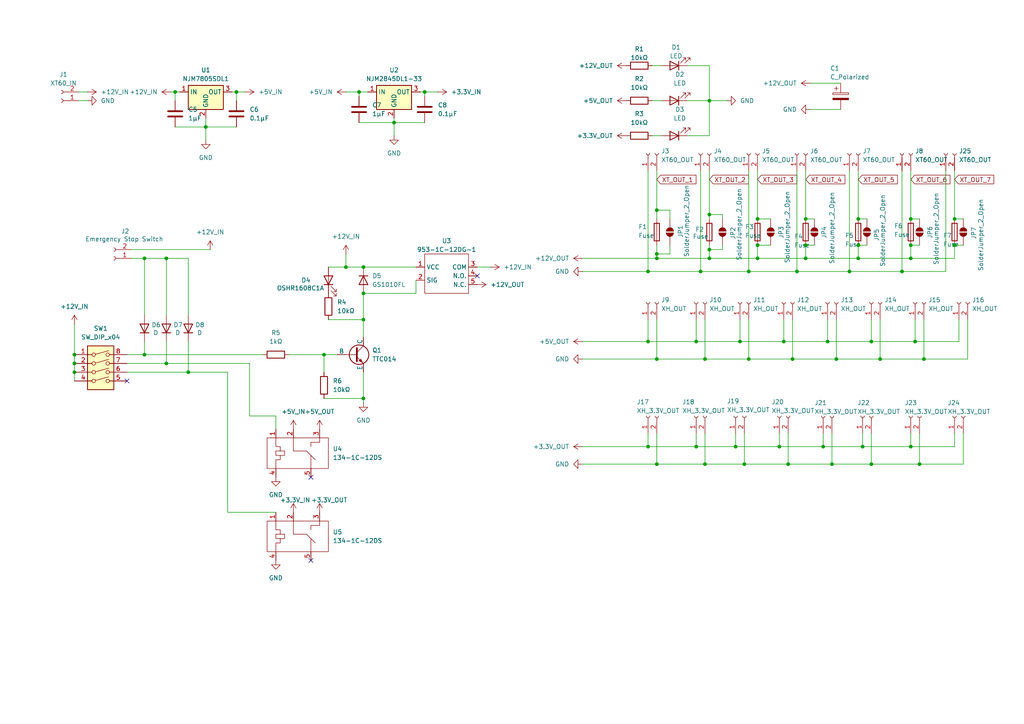
<source format=kicad_sch>
(kicad_sch (version 20231120) (generator "eeschema") (generator_version "8.0")
  (paper "A4")
  (lib_symbols
    (symbol "00_a:134-1C-12DS"
      (property "Reference" "U" (at -1.27 4.318 0))
      (property "Value" "134-1C-12DS" (at 0 0 0))
      (symbol "134-1C-12DS_1_1"
        (pin input line (at -5.08 2.54 270) (length 2.54) (name "") (number "1"))
        (pin input line (at 0 2.54 270) (length 2.54) (name "") (number "2"))
        (pin input line (at 7.62 2.54 270) (length 2.54) (name "") (number "3"))
        (pin input line (at -5.08 -11.43 90) (length 2.54) (name "") (number "4"))
        (pin input line (at 5.08 -11.43 90) (length 2.54) (name "") (number "5"))
      )
    )
    (symbol "00a:3pin_regulator"
      (property "Reference" "U" (at -3.81 3.175 0))
      (property "Value" "3pin_regulator" (at 0 3.175 0))
      (symbol "3pin_regulator_1_1"
        (pin power_in line (at -7.62 0 0) (length 2.54) (name "IN") (number "1"))
        (pin power_in line (at 0 -7.62 90) (length 2.54) (name "GND") (number "2"))
        (pin power_out line (at 7.62 0 180) (length 2.54) (name "OUT") (number "3"))
      )
    )
    (symbol "00a:953-1C-12DG-1"
      (property "Reference" "U" (at 0 6.604 0))
      (symbol "953-1C-12DG-1_1_1"
        (pin input line (at -8.89 1.27 0) (length 2.54) (name "VCC") (number "1"))
        (pin input line (at -8.89 -2.54 0) (length 2.54) (name "SIG") (number "2"))
        (pin input line (at 8.89 1.27 180) (length 2.54) (name "COM") (number "3"))
        (pin input line (at 8.89 -1.27 180) (length 2.54) (name "N.O.") (number "4"))
        (pin input line (at 8.89 -3.81 180) (length 2.54) (name "N.C.") (number "5"))
      )
    )
    (symbol "Connector:Conn_01x02_Socket" (pin_names (offset 1.016) hide)
      (property "Reference" "J" (at 0 2.54 0))
      (property "Value" "Conn_01x02_Socket" (at 0 -5.08 0))
      (symbol "Conn_01x02_Socket_1_1"
        (pin passive line (at -5.08 0 0) (length 3.81) (name "Pin_1") (number "1"))
        (pin passive line (at -5.08 -2.54 0) (length 3.81) (name "Pin_2") (number "2"))
      )
    )
    (symbol "Device:C" (pin_numbers hide) (pin_names (offset 0.254))
      (property "Reference" "C" (at 0.635 2.54 0))
      (property "Value" "C" (at 0.635 -2.54 0))
      (symbol "C_1_1"
        (pin passive line (at 0 3.81 270) (length 2.794) (name "~") (number "1"))
        (pin passive line (at 0 -3.81 90) (length 2.794) (name "~") (number "2"))
      )
    )
    (symbol "Device:C_Polarized" (pin_numbers hide) (pin_names (offset 0.254))
      (property "Reference" "C" (at 0.635 2.54 0))
      (property "Value" "C_Polarized" (at 0.635 -2.54 0))
      (symbol "C_Polarized_1_1"
        (pin passive line (at 0 3.81 270) (length 2.794) (name "~") (number "1"))
        (pin passive line (at 0 -3.81 90) (length 2.794) (name "~") (number "2"))
      )
    )
    (symbol "Device:D" (pin_numbers hide) (pin_names (offset 1.016) hide)
      (property "Reference" "D" (at 0 2.54 0))
      (property "Value" "D" (at 0 -2.54 0))
      (symbol "D_1_1"
        (pin passive line (at -3.81 0 0) (length 2.54) (name "K") (number "1"))
        (pin passive line (at 3.81 0 180) (length 2.54) (name "A") (number "2"))
      )
    )
    (symbol "Device:Fuse" (pin_numbers hide) (pin_names (offset 0))
      (property "Reference" "F" (at 2.032 0 90))
      (property "Value" "Fuse" (at -1.905 0 90))
      (symbol "Fuse_1_1"
        (pin passive line (at 0 3.81 270) (length 1.27) (name "~") (number "1"))
        (pin passive line (at 0 -3.81 90) (length 1.27) (name "~") (number "2"))
      )
    )
    (symbol "Device:LED" (pin_numbers hide) (pin_names (offset 1.016) hide)
      (property "Reference" "D" (at 0 2.54 0))
      (property "Value" "LED" (at 0 -2.54 0))
      (symbol "LED_1_1"
        (pin passive line (at -3.81 0 0) (length 2.54) (name "K") (number "1"))
        (pin passive line (at 3.81 0 180) (length 2.54) (name "A") (number "2"))
      )
    )
    (symbol "Device:R" (pin_numbers hide) (pin_names (offset 0))
      (property "Reference" "R" (at 2.032 0 90))
      (property "Value" "R" (at 0 0 90))
      (symbol "R_1_1"
        (pin passive line (at 0 3.81 270) (length 1.27) (name "~") (number "1"))
        (pin passive line (at 0 -3.81 90) (length 1.27) (name "~") (number "2"))
      )
    )
    (symbol "Jumper:SolderJumper_2_Open" (pin_numbers hide) (pin_names (offset 0) hide) (exclude_from_sim yes) (in_bom no)
      (property "Reference" "JP" (at 0 2.032 0))
      (property "Value" "SolderJumper_2_Open" (at 0 -2.54 0))
      (symbol "SolderJumper_2_Open_1_1"
        (pin passive line (at -3.81 0 0) (length 2.54) (name "A") (number "1"))
        (pin passive line (at 3.81 0 180) (length 2.54) (name "B") (number "2"))
      )
    )
    (symbol "Simulation_SPICE:NPN" (pin_numbers hide) (pin_names (offset 0))
      (property "Reference" "Q1" (at 5.08 1.2701 0))
      (property "Value" "NPN" (at 5.08 -1.2699 0))
      (symbol "NPN_1_1"
        (pin input line (at -5.08 0 0) (length 2.54) (name "B") (number "1"))
        (pin open_collector line (at 2.54 5.08 270) (length 2.54) (name "C") (number "2"))
        (pin open_emitter line (at 2.54 -5.08 90) (length 2.54) (name "E") (number "3"))
      )
    )
    (symbol "Switch:SW_DIP_x04" (pin_names (offset 0) hide)
      (property "Reference" "SW" (at 0 8.89 0))
      (property "Value" "SW_DIP_x04" (at 0 -6.35 0))
      (symbol "SW_DIP_x04_1_1"
        (pin passive line (at -7.62 5.08 0) (length 5.08) (name "~") (number "1"))
        (pin passive line (at -7.62 2.54 0) (length 5.08) (name "~") (number "2"))
        (pin passive line (at -7.62 0 0) (length 5.08) (name "~") (number "3"))
        (pin passive line (at -7.62 -2.54 0) (length 5.08) (name "~") (number "4"))
        (pin passive line (at 7.62 -2.54 180) (length 5.08) (name "~") (number "5"))
        (pin passive line (at 7.62 0 180) (length 5.08) (name "~") (number "6"))
        (pin passive line (at 7.62 2.54 180) (length 5.08) (name "~") (number "7"))
        (pin passive line (at 7.62 5.08 180) (length 5.08) (name "~") (number "8"))
      )
    )
    (symbol "power:+12V" (power) (pin_numbers hide) (pin_names (offset 0) hide)
      (property "Value" "+12V" (at 0 3.556 0))
      (symbol "+12V_1_1"
        (pin power_in line (at 0 0 90) (length 0) (name "~") (number "1"))
      )
    )
    (symbol "power:+3.3V" (power) (pin_numbers hide) (pin_names (offset 0) hide)
      (property "Value" "+3.3V" (at 0 3.556 0))
      (symbol "+3.3V_1_1"
        (pin power_in line (at 0 0 90) (length 0) (name "~") (number "1"))
      )
    )
    (symbol "power:+5V" (power) (pin_numbers hide) (pin_names (offset 0) hide)
      (property "Value" "+5V" (at 0 3.556 0))
      (symbol "+5V_1_1"
        (pin power_in line (at 0 0 90) (length 0) (name "~") (number "1"))
      )
    )
    (symbol "power:GND" (power) (pin_numbers hide) (pin_names (offset 0) hide)
      (property "Value" "GND" (at 0 -3.81 0))
      (symbol "GND_1_1"
        (pin power_in line (at 0 0 270) (length 0) (name "~") (number "1"))
      )
    )
    (symbol "power:VDD" (power) (pin_numbers hide) (pin_names (offset 0) hide)
      (property "Value" "VDD" (at 0 3.556 0))
      (symbol "VDD_1_1"
        (pin power_in line (at 0 0 90) (length 0) (name "~") (number "1"))
      )
    )
  )
  (junction (at 264.16 63.5))
  (junction (at 264.16 74.93))
  (junction (at 217.17 104.14))
  (junction (at 21.59 107.95))
  (junction (at 48.26 105.41))
  (junction (at 21.59 102.87))
  (junction (at 267.97 104.14))
  (junction (at 248.92 63.5))
  (junction (at 276.86 63.5))
  (junction (at 240.03 99.06))
  (junction (at 93.98 102.87))
  (junction (at 255.27 104.14))
  (junction (at 190.5 104.14))
  (junction (at 215.9 134.62))
  (junction (at 68.58 26.67))
  (junction (at 41.91 74.93))
  (junction (at 233.68 74.93))
  (junction (at 219.71 74.93))
  (junction (at 114.3 35.56))
  (junction (at 48.26 74.93))
  (junction (at 104.14 26.67))
  (junction (at 41.91 102.87))
  (junction (at 252.73 134.62))
  (junction (at 190.5 134.62))
  (junction (at 203.2 78.74))
  (junction (at 187.96 99.06))
  (junction (at 190.5 60.96))
  (junction (at 201.93 99.06))
  (junction (at 264.16 71.12))
  (junction (at 226.06 129.54))
  (junction (at 190.5 73.66))
  (junction (at 59.69 36.83))
  (junction (at 229.87 104.14))
  (junction (at 276.86 71.12))
  (junction (at 21.59 105.41))
  (junction (at 105.41 85.09))
  (junction (at 248.92 71.12))
  (junction (at 231.14 78.74))
  (junction (at 233.68 63.5))
  (junction (at 205.74 29.21))
  (junction (at 205.74 72.39))
  (junction (at 219.71 71.12))
  (junction (at 105.41 115.57))
  (junction (at 252.73 99.06))
  (junction (at 187.96 129.54))
  (junction (at 105.41 77.47))
  (junction (at 54.61 107.95))
  (junction (at 105.41 92.71))
  (junction (at 265.43 99.06))
  (junction (at 204.47 104.14))
  (junction (at 50.8 26.67))
  (junction (at 242.57 104.14))
  (junction (at 233.68 71.12))
  (junction (at 227.33 99.06))
  (junction (at 248.92 74.93))
  (junction (at 204.47 134.62))
  (junction (at 201.93 129.54))
  (junction (at 261.62 78.74))
  (junction (at 246.38 78.74))
  (junction (at 228.6 134.62))
  (junction (at 187.96 78.74))
  (junction (at 123.19 26.67))
  (junction (at 264.16 129.54))
  (junction (at 217.17 78.74))
  (junction (at 100.33 77.47))
  (junction (at 250.19 129.54))
  (junction (at 266.7 134.62))
  (junction (at 213.36 129.54))
  (junction (at 241.3 134.62))
  (junction (at 219.71 63.5))
  (junction (at 238.76 129.54))
  (junction (at 190.5 74.93))
  (junction (at 214.63 99.06))
  (junction (at 205.74 74.93))
  (junction (at 205.74 62.23))
  (no_connect (at 36.83 110.49))
  (no_connect (at 90.17 138.43))
  (no_connect (at 138.43 80.01))
  (no_connect (at 90.17 162.56))
  (wire (pts (xy 22.86 26.67) (xy 25.4 26.67)))
  (wire (pts (xy 190.5 104.14) (xy 190.5 92.71)))
  (wire (pts (xy 22.86 29.21) (xy 25.4 29.21)))
  (wire (pts (xy 205.74 49.53) (xy 205.74 62.23)))
  (wire (pts (xy 248.92 71.12) (xy 248.92 74.93)))
  (wire (pts (xy 54.61 107.95) (xy 66.04 107.95)))
  (wire (pts (xy 100.33 26.67) (xy 104.14 26.67)))
  (wire (pts (xy 187.96 49.53) (xy 187.96 78.74)))
  (wire (pts (xy 240.03 99.06) (xy 240.03 92.71)))
  (wire (pts (xy 264.16 49.53) (xy 264.16 63.5)))
  (wire (pts (xy 240.03 99.06) (xy 252.73 99.06)))
  (wire (pts (xy 217.17 104.14) (xy 229.87 104.14)))
  (wire (pts (xy 219.71 71.12) (xy 219.71 74.93)))
  (wire (pts (xy 36.83 107.95) (xy 54.61 107.95)))
  (wire (pts (xy 229.87 104.14) (xy 242.57 104.14)))
  (wire (pts (xy 105.41 92.71) (xy 105.41 97.79)))
  (wire (pts (xy 276.86 71.12) (xy 276.86 74.93)))
  (wire (pts (xy 204.47 134.62) (xy 190.5 134.62)))
  (wire (pts (xy 120.65 85.09) (xy 105.41 85.09)))
  (wire (pts (xy 72.39 105.41) (xy 72.39 120.65)))
  (wire (pts (xy 265.43 99.06) (xy 278.13 99.06)))
  (wire (pts (xy 114.3 35.56) (xy 114.3 34.29)))
  (wire (pts (xy 201.93 129.54) (xy 201.93 125.73)))
  (wire (pts (xy 226.06 129.54) (xy 238.76 129.54)))
  (wire (pts (xy 59.69 36.83) (xy 68.58 36.83)))
  (wire (pts (xy 68.58 26.67) (xy 68.58 29.21)))
  (wire (pts (xy 274.32 78.74) (xy 261.62 78.74)))
  (wire (pts (xy 231.14 49.53) (xy 231.14 78.74)))
  (wire (pts (xy 214.63 99.06) (xy 227.33 99.06)))
  (wire (pts (xy 213.36 129.54) (xy 213.36 125.73)))
  (wire (pts (xy 190.5 134.62) (xy 168.91 134.62)))
  (wire (pts (xy 214.63 99.06) (xy 214.63 92.71)))
  (wire (pts (xy 279.4 134.62) (xy 266.7 134.62)))
  (wire (pts (xy 267.97 104.14) (xy 267.97 92.71)))
  (wire (pts (xy 104.14 26.67) (xy 104.14 27.94)))
  (wire (pts (xy 205.74 29.21) (xy 205.74 39.37)))
  (wire (pts (xy 205.74 62.23) (xy 205.74 63.5)))
  (wire (pts (xy 226.06 129.54) (xy 226.06 125.73)))
  (wire (pts (xy 210.82 29.21) (xy 205.74 29.21)))
  (wire (pts (xy 201.93 129.54) (xy 213.36 129.54)))
  (wire (pts (xy 205.74 72.39) (xy 205.74 74.93)))
  (wire (pts (xy 190.5 49.53) (xy 190.5 60.96)))
  (wire (pts (xy 267.97 104.14) (xy 280.67 104.14)))
  (wire (pts (xy 205.74 71.12) (xy 205.74 72.39)))
  (wire (pts (xy 72.39 120.65) (xy 80.01 120.65)))
  (wire (pts (xy 48.26 105.41) (xy 72.39 105.41)))
  (wire (pts (xy 123.19 26.67) (xy 123.19 27.94)))
  (wire (pts (xy 95.25 92.71) (xy 105.41 92.71)))
  (wire (pts (xy 209.55 62.23) (xy 205.74 62.23)))
  (wire (pts (xy 242.57 104.14) (xy 242.57 92.71)))
  (wire (pts (xy 71.12 26.67) (xy 68.58 26.67)))
  (wire (pts (xy 189.23 29.21) (xy 191.77 29.21)))
  (wire (pts (xy 21.59 93.98) (xy 21.59 102.87)))
  (wire (pts (xy 66.04 107.95) (xy 66.04 148.59)))
  (wire (pts (xy 233.68 63.5) (xy 236.22 63.5)))
  (wire (pts (xy 95.25 77.47) (xy 100.33 77.47)))
  (wire (pts (xy 189.23 19.05) (xy 191.77 19.05)))
  (wire (pts (xy 219.71 63.5) (xy 223.52 63.5)))
  (wire (pts (xy 252.73 99.06) (xy 252.73 92.71)))
  (wire (pts (xy 105.41 107.95) (xy 105.41 115.57)))
  (wire (pts (xy 54.61 74.93) (xy 54.61 91.44)))
  (wire (pts (xy 229.87 104.14) (xy 229.87 92.71)))
  (wire (pts (xy 48.26 74.93) (xy 48.26 91.44)))
  (wire (pts (xy 217.17 49.53) (xy 217.17 78.74)))
  (wire (pts (xy 168.91 104.14) (xy 190.5 104.14)))
  (wire (pts (xy 114.3 35.56) (xy 123.19 35.56)))
  (wire (pts (xy 219.71 74.93) (xy 233.68 74.93)))
  (wire (pts (xy 100.33 73.66) (xy 100.33 77.47)))
  (wire (pts (xy 279.4 125.73) (xy 279.4 134.62)))
  (wire (pts (xy 168.91 74.93) (xy 190.5 74.93)))
  (wire (pts (xy 219.71 49.53) (xy 219.71 63.5)))
  (wire (pts (xy 233.68 71.12) (xy 236.22 71.12)))
  (wire (pts (xy 276.86 71.12) (xy 279.4 71.12)))
  (wire (pts (xy 215.9 125.73) (xy 215.9 134.62)))
  (wire (pts (xy 209.55 71.12) (xy 209.55 72.39)))
  (wire (pts (xy 248.92 49.53) (xy 248.92 63.5)))
  (wire (pts (xy 276.86 129.54) (xy 276.86 125.73)))
  (wire (pts (xy 190.5 125.73) (xy 190.5 134.62)))
  (wire (pts (xy 59.69 40.64) (xy 59.69 36.83)))
  (wire (pts (xy 217.17 78.74) (xy 231.14 78.74)))
  (wire (pts (xy 187.96 78.74) (xy 203.2 78.74)))
  (wire (pts (xy 41.91 74.93) (xy 41.91 91.44)))
  (wire (pts (xy 241.3 134.62) (xy 228.6 134.62)))
  (wire (pts (xy 199.39 29.21) (xy 205.74 29.21)))
  (wire (pts (xy 127 26.67) (xy 123.19 26.67)))
  (wire (pts (xy 194.31 60.96) (xy 190.5 60.96)))
  (wire (pts (xy 265.43 99.06) (xy 265.43 92.71)))
  (wire (pts (xy 204.47 104.14) (xy 204.47 92.71)))
  (wire (pts (xy 114.3 39.37) (xy 114.3 35.56)))
  (wire (pts (xy 276.86 49.53) (xy 276.86 63.5)))
  (wire (pts (xy 93.98 102.87) (xy 97.79 102.87)))
  (wire (pts (xy 104.14 35.56) (xy 114.3 35.56)))
  (wire (pts (xy 189.23 39.37) (xy 191.77 39.37)))
  (wire (pts (xy 194.31 63.5) (xy 194.31 60.96)))
  (wire (pts (xy 199.39 19.05) (xy 205.74 19.05)))
  (wire (pts (xy 36.83 102.87) (xy 41.91 102.87)))
  (wire (pts (xy 187.96 99.06) (xy 201.93 99.06)))
  (wire (pts (xy 250.19 129.54) (xy 264.16 129.54)))
  (wire (pts (xy 168.91 78.74) (xy 187.96 78.74)))
  (wire (pts (xy 266.7 125.73) (xy 266.7 134.62)))
  (wire (pts (xy 242.57 104.14) (xy 255.27 104.14)))
  (wire (pts (xy 228.6 134.62) (xy 215.9 134.62)))
  (wire (pts (xy 187.96 129.54) (xy 201.93 129.54)))
  (wire (pts (xy 59.69 36.83) (xy 59.69 34.29)))
  (wire (pts (xy 213.36 129.54) (xy 226.06 129.54)))
  (wire (pts (xy 278.13 99.06) (xy 278.13 92.71)))
  (wire (pts (xy 266.7 134.62) (xy 252.73 134.62)))
  (wire (pts (xy 168.91 99.06) (xy 187.96 99.06)))
  (wire (pts (xy 190.5 74.93) (xy 205.74 74.93)))
  (wire (pts (xy 233.68 74.93) (xy 248.92 74.93)))
  (wire (pts (xy 227.33 99.06) (xy 240.03 99.06)))
  (wire (pts (xy 205.74 39.37) (xy 199.39 39.37)))
  (wire (pts (xy 264.16 71.12) (xy 266.7 71.12)))
  (wire (pts (xy 204.47 125.73) (xy 204.47 134.62)))
  (wire (pts (xy 238.76 129.54) (xy 238.76 125.73)))
  (wire (pts (xy 252.73 134.62) (xy 241.3 134.62)))
  (wire (pts (xy 21.59 107.95) (xy 21.59 110.49)))
  (wire (pts (xy 228.6 125.73) (xy 228.6 134.62)))
  (wire (pts (xy 80.01 148.59) (xy 66.04 148.59)))
  (wire (pts (xy 274.32 49.53) (xy 274.32 78.74)))
  (wire (pts (xy 264.16 63.5) (xy 266.7 63.5)))
  (wire (pts (xy 227.33 99.06) (xy 227.33 92.71)))
  (wire (pts (xy 83.82 102.87) (xy 93.98 102.87)))
  (wire (pts (xy 194.31 73.66) (xy 190.5 73.66)))
  (wire (pts (xy 203.2 78.74) (xy 217.17 78.74)))
  (wire (pts (xy 48.26 74.93) (xy 54.61 74.93)))
  (wire (pts (xy 209.55 72.39) (xy 205.74 72.39)))
  (wire (pts (xy 261.62 49.53) (xy 261.62 78.74)))
  (wire (pts (xy 41.91 99.06) (xy 41.91 102.87)))
  (wire (pts (xy 123.19 26.67) (xy 121.92 26.67)))
  (wire (pts (xy 100.33 77.47) (xy 105.41 77.47)))
  (wire (pts (xy 104.14 26.67) (xy 106.68 26.67)))
  (wire (pts (xy 215.9 134.62) (xy 204.47 134.62)))
  (wire (pts (xy 280.67 104.14) (xy 280.67 92.71)))
  (wire (pts (xy 21.59 102.87) (xy 21.59 105.41)))
  (wire (pts (xy 264.16 71.12) (xy 264.16 74.93)))
  (wire (pts (xy 250.19 129.54) (xy 250.19 125.73)))
  (wire (pts (xy 194.31 71.12) (xy 194.31 73.66)))
  (wire (pts (xy 50.8 26.67) (xy 52.07 26.67)))
  (wire (pts (xy 105.41 115.57) (xy 93.98 115.57)))
  (wire (pts (xy 231.14 78.74) (xy 246.38 78.74)))
  (wire (pts (xy 209.55 63.5) (xy 209.55 62.23)))
  (wire (pts (xy 255.27 104.14) (xy 267.97 104.14)))
  (wire (pts (xy 201.93 99.06) (xy 201.93 92.71)))
  (wire (pts (xy 217.17 104.14) (xy 217.17 92.71)))
  (wire (pts (xy 248.92 74.93) (xy 264.16 74.93)))
  (wire (pts (xy 68.58 26.67) (xy 67.31 26.67)))
  (wire (pts (xy 41.91 74.93) (xy 48.26 74.93)))
  (wire (pts (xy 233.68 49.53) (xy 233.68 63.5)))
  (wire (pts (xy 205.74 19.05) (xy 205.74 29.21)))
  (wire (pts (xy 252.73 125.73) (xy 252.73 134.62)))
  (wire (pts (xy 264.16 129.54) (xy 264.16 125.73)))
  (wire (pts (xy 48.26 99.06) (xy 48.26 105.41)))
  (wire (pts (xy 105.41 116.84) (xy 105.41 115.57)))
  (wire (pts (xy 248.92 71.12) (xy 251.46 71.12)))
  (wire (pts (xy 54.61 99.06) (xy 54.61 107.95)))
  (wire (pts (xy 93.98 102.87) (xy 93.98 107.95)))
  (wire (pts (xy 120.65 81.28) (xy 120.65 85.09)))
  (wire (pts (xy 241.3 125.73) (xy 241.3 134.62)))
  (wire (pts (xy 190.5 60.96) (xy 190.5 63.5)))
  (wire (pts (xy 238.76 129.54) (xy 250.19 129.54)))
  (wire (pts (xy 190.5 104.14) (xy 204.47 104.14)))
  (wire (pts (xy 187.96 99.06) (xy 187.96 92.71)))
  (wire (pts (xy 255.27 104.14) (xy 255.27 92.71)))
  (wire (pts (xy 264.16 74.93) (xy 276.86 74.93)))
  (wire (pts (xy 50.8 26.67) (xy 50.8 29.21)))
  (wire (pts (xy 38.1 74.93) (xy 41.91 74.93)))
  (wire (pts (xy 21.59 105.41) (xy 21.59 107.95)))
  (wire (pts (xy 142.24 77.47) (xy 138.43 77.47)))
  (wire (pts (xy 205.74 74.93) (xy 219.71 74.93)))
  (wire (pts (xy 201.93 99.06) (xy 214.63 99.06)))
  (wire (pts (xy 264.16 129.54) (xy 276.86 129.54)))
  (wire (pts (xy 190.5 71.12) (xy 190.5 73.66)))
  (wire (pts (xy 187.96 129.54) (xy 187.96 125.73)))
  (wire (pts (xy 203.2 49.53) (xy 203.2 78.74)))
  (wire (pts (xy 219.71 71.12) (xy 223.52 71.12)))
  (wire (pts (xy 105.41 77.47) (xy 120.65 77.47)))
  (wire (pts (xy 246.38 49.53) (xy 246.38 78.74)))
  (wire (pts (xy 50.8 36.83) (xy 59.69 36.83)))
  (wire (pts (xy 41.91 102.87) (xy 76.2 102.87)))
  (wire (pts (xy 276.86 63.5) (xy 279.4 63.5)))
  (wire (pts (xy 233.68 71.12) (xy 233.68 74.93)))
  (wire (pts (xy 234.95 24.13) (xy 243.84 24.13)))
  (wire (pts (xy 49.53 26.67) (xy 50.8 26.67)))
  (wire (pts (xy 204.47 104.14) (xy 217.17 104.14)))
  (wire (pts (xy 38.1 72.39) (xy 60.96 72.39)))
  (wire (pts (xy 36.83 105.41) (xy 48.26 105.41)))
  (wire (pts (xy 234.95 31.75) (xy 243.84 31.75)))
  (wire (pts (xy 246.38 78.74) (xy 261.62 78.74)))
  (wire (pts (xy 248.92 63.5) (xy 251.46 63.5)))
  (wire (pts (xy 190.5 73.66) (xy 190.5 74.93)))
  (wire (pts (xy 105.41 85.09) (xy 105.41 92.71)))
  (wire (pts (xy 168.91 129.54) (xy 187.96 129.54)))
  (wire (pts (xy 80.01 120.65) (xy 80.01 124.46)))
  (wire (pts (xy 252.73 99.06) (xy 265.43 99.06)))
  (global_label "XT_OUT_2" (shape input) (at 205.74 52.07 0) (property "Intersheetrefs" "${INTERSHEET_REFS}" (effects (hide yes))))
  (global_label "XT_OUT_5" (shape input) (at 248.92 52.07 0) (property "Intersheetrefs" "${INTERSHEET_REFS}" (effects (hide yes))))
  (global_label "XT_OUT_4" (shape input) (at 233.68 52.07 0) (property "Intersheetrefs" "${INTERSHEET_REFS}" (effects (hide yes))))
  (global_label "XT_OUT_6" (shape input) (at 264.16 52.07 0) (property "Intersheetrefs" "${INTERSHEET_REFS}" (effects (hide yes))))
  (global_label "XT_OUT_3" (shape input) (at 219.71 52.07 0) (property "Intersheetrefs" "${INTERSHEET_REFS}" (effects (hide yes))))
  (global_label "XT_OUT_1" (shape input) (at 190.5 52.07 0) (property "Intersheetrefs" "${INTERSHEET_REFS}" (effects (hide yes))))
  (global_label "XT_OUT_7" (shape input) (at 276.86 52.07 0) (property "Intersheetrefs" "${INTERSHEET_REFS}" (effects (hide yes))))
  (symbol (lib_id "Connector:Conn_01x02_Socket") (at 187.96 44.45 90) (unit 1)
    (property "Reference" "J3" (at 191.77 43.8149 90) (effects (justify right)))
    (property "Value" "XT60_OUT" (at 191.77 46.3549 90) (effects (justify right)))
    (property "Footprint" "Connector_AMASS:AMASS_XT60-F_1x02_P7.20mm_Vertical" (effects (hide yes)))
    (property "Description" "Generic connector, single row, 01x02, script generated" (effects (hide yes)))
  )
  (symbol (lib_id "Device:C") (at 123.19 31.75 0) (unit 1)
    (property "Reference" "C8" (at 127 30.4799 0) (effects (justify left)))
    (property "Value" "0.1μF" (at 127 33.0199 0) (effects (justify left)))
    (property "Footprint" "Capacitor_SMD:C_0603_1608Metric_Pad1.08x0.95mm_HandSolder" (effects (hide yes)))
    (property "Description" "Unpolarized capacitor" (effects (hide yes)))
  )
  (symbol (lib_id "Device:LED") (at 195.58 19.05 180) (unit 1)
    (property "Reference" "D1" (at 196.088 13.716 0))
    (property "Value" "LED" (at 196.088 16.256 0))
    (property "Footprint" "LED_SMD:LED_0603_1608Metric_Pad1.05x0.95mm_HandSolder" (effects (hide yes)))
    (property "Description" "Light emitting diode" (effects (hide yes)))
  )
  (symbol (lib_id "power:+12V") (at 168.91 74.93 90) (unit 1)
    (property "Reference" "#PWR018" (effects (hide yes)))
    (property "Value" "+12V_OUT" (at 165.1 74.9299 90) (effects (justify left)))
    (property "Description" "Power symbol creates a global label with name \"+12V\"" (effects (hide yes)))
  )
  (symbol (lib_id "Connector:Conn_01x02_Socket") (at 203.2 44.45 90) (unit 1)
    (property "Reference" "J4" (at 207.01 43.8149 90) (effects (justify right)))
    (property "Value" "XT60_OUT" (at 207.01 46.3549 90) (effects (justify right)))
    (property "Footprint" "Connector_AMASS:AMASS_XT60-F_1x02_P7.20mm_Vertical" (effects (hide yes)))
    (property "Description" "Generic connector, single row, 01x02, script generated" (effects (hide yes)))
  )
  (symbol (lib_id "Connector:Conn_01x02_Socket") (at 261.62 44.45 90) (unit 1)
    (property "Reference" "J8" (at 265.43 43.8149 90) (effects (justify right)))
    (property "Value" "XT60_OUT" (at 265.43 46.3549 90) (effects (justify right)))
    (property "Footprint" "Connector_AMASS:AMASS_XT60-F_1x02_P7.20mm_Vertical" (effects (hide yes)))
    (property "Description" "Generic connector, single row, 01x02, script generated" (effects (hide yes)))
  )
  (symbol (lib_id "00a:3pin_regulator") (at 59.69 26.67 0) (unit 1)
    (property "Reference" "U1" (at 59.69 20.32 0))
    (property "Value" "NJM7805SDL1" (at 59.69 22.86 0))
    (property "Footprint" "00a:TO-252-3_TabPin2" (effects (hide yes)))
    (property "Datasheet" "https://akizukidenshi.com/catalog/g/g111237/" (effects (hide yes)))
  )
  (symbol (lib_id "Connector:Conn_01x02_Socket") (at 231.14 44.45 90) (unit 1)
    (property "Reference" "J6" (at 234.95 43.8149 90) (effects (justify right)))
    (property "Value" "XT60_OUT" (at 234.95 46.3549 90) (effects (justify right)))
    (property "Footprint" "Connector_AMASS:AMASS_XT60-F_1x02_P7.20mm_Vertical" (effects (hide yes)))
    (property "Description" "Generic connector, single row, 01x02, script generated" (effects (hide yes)))
  )
  (symbol (lib_id "Jumper:SolderJumper_2_Open") (at 251.46 67.31 90) (unit 1) (exclude_from_sim yes) (in_bom no)
    (property "Reference" "JP5" (at 254.254 66.294 0) (effects (justify right)))
    (property "Value" "SolderJumper_2_Open" (at 256.032 56.388 0) (effects (justify right)))
    (property "Footprint" "Jumper:SolderJumper-2_P1.3mm_Open_Pad1.0x1.5mm" (effects (hide yes)))
    (property "Description" "Solder Jumper, 2-pole, open" (effects (hide yes)))
  )
  (symbol (lib_id "00a:3pin_regulator") (at 114.3 26.67 0) (unit 1)
    (property "Reference" "U2" (at 114.3 20.32 0))
    (property "Value" "NJM2845DL1-33" (at 114.3 22.86 0))
    (property "Footprint" "00a:TO-252-3_TabPin2" (effects (hide yes)))
    (property "Datasheet" "https://akizukidenshi.com/catalog/g/g111237/" (effects (hide yes)))
  )
  (symbol (lib_id "power:+12V") (at 138.43 82.55 270) (unit 1)
    (property "Reference" "#PWR017" (effects (hide yes)))
    (property "Value" "+12V_OUT" (at 142.24 82.5499 90) (effects (justify left)))
    (property "Description" "Power symbol creates a global label with name \"+12V\"" (effects (hide yes)))
  )
  (symbol (lib_id "power:GND") (at 168.91 104.14 270) (unit 1)
    (property "Reference" "#PWR026" (effects (hide yes)))
    (property "Value" "GND" (at 165.1 104.1399 90) (effects (justify right)))
    (property "Description" "Power symbol creates a global label with name \"GND\" , ground" (effects (hide yes)))
  )
  (symbol (lib_id "Device:R") (at 95.25 88.9 0) (unit 1)
    (property "Reference" "R4" (at 97.79 87.6299 0) (effects (justify left)))
    (property "Value" "10kΩ" (at 97.79 90.1699 0) (effects (justify left)))
    (property "Footprint" "Resistor_SMD:R_0603_1608Metric_Pad0.98x0.95mm_HandSolder" (effects (hide yes)))
    (property "Description" "Resistor" (effects (hide yes)))
  )
  (symbol (lib_id "power:+3.3V") (at 181.61 39.37 90) (unit 1)
    (property "Reference" "#PWR011" (effects (hide yes)))
    (property "Value" "+3.3V_OUT" (at 177.8 39.3699 90) (effects (justify left)))
    (property "Description" "Power symbol creates a global label with name \"+3.3V\"" (effects (hide yes)))
  )
  (symbol (lib_id "Device:C_Polarized") (at 243.84 27.94 0) (unit 1)
    (property "Reference" "C1" (at 240.792 19.812 0) (effects (justify left)))
    (property "Value" "C_Polarized" (at 240.792 22.352 0) (effects (justify left)))
    (property "Footprint" "Capacitor_THT:CP_Radial_D10.0mm_P5.00mm" (effects (hide yes)))
    (property "Description" "Polarized capacitor" (effects (hide yes)))
  )
  (symbol (lib_id "Jumper:SolderJumper_2_Open") (at 223.52 67.31 90) (unit 1) (exclude_from_sim yes) (in_bom no)
    (property "Reference" "JP3" (at 226.568 65.532 0) (effects (justify right)))
    (property "Value" "SolderJumper_2_Open" (at 228.346 55.372 0) (effects (justify right)))
    (property "Footprint" "Jumper:SolderJumper-2_P1.3mm_Open_Pad1.0x1.5mm" (effects (hide yes)))
    (property "Description" "Solder Jumper, 2-pole, open" (effects (hide yes)))
  )
  (symbol (lib_id "Connector:Conn_01x02_Socket") (at 274.32 44.45 90) (unit 1)
    (property "Reference" "J25" (at 278.13 43.8149 90) (effects (justify right)))
    (property "Value" "XT60_OUT" (at 278.13 46.3549 90) (effects (justify right)))
    (property "Footprint" "Connector_AMASS:AMASS_XT60-F_1x02_P7.20mm_Vertical" (effects (hide yes)))
    (property "Description" "Generic connector, single row, 01x02, script generated" (effects (hide yes)))
  )
  (symbol (lib_id "Device:Fuse") (at 190.5 67.31 180) (unit 1)
    (property "Reference" "F1" (at 185.166 65.786 0) (effects (justify right)))
    (property "Value" "Fuse" (at 185.166 68.326 0) (effects (justify right)))
    (property "Footprint" "00a:3557-15_KEY" (effects (hide yes)))
    (property "Description" "Fuse" (effects (hide yes)))
  )
  (symbol (lib_id "Device:R") (at 185.42 39.37 270) (unit 1)
    (property "Reference" "R3" (at 185.42 33.02 90))
    (property "Value" "10kΩ" (at 185.42 35.56 90))
    (property "Footprint" "Resistor_SMD:R_0603_1608Metric_Pad0.98x0.95mm_HandSolder" (effects (hide yes)))
    (property "Description" "Resistor" (effects (hide yes)))
  )
  (symbol (lib_id "Device:C") (at 68.58 33.02 0) (unit 1)
    (property "Reference" "C6" (at 72.39 31.7499 0) (effects (justify left)))
    (property "Value" "0.1μF" (at 72.39 34.2899 0) (effects (justify left)))
    (property "Footprint" "Capacitor_SMD:C_0603_1608Metric_Pad1.08x0.95mm_HandSolder" (effects (hide yes)))
    (property "Description" "Unpolarized capacitor" (effects (hide yes)))
  )
  (symbol (lib_id "Device:Fuse") (at 233.68 67.31 180) (unit 1)
    (property "Reference" "F4" (at 230.378 68.58 0) (effects (justify right)))
    (property "Value" "Fuse" (at 230.378 71.12 0) (effects (justify right)))
    (property "Footprint" "00a:3557-15_KEY" (effects (hide yes)))
    (property "Description" "Fuse" (effects (hide yes)))
  )
  (symbol (lib_id "Device:Fuse") (at 219.71 67.31 180) (unit 1)
    (property "Reference" "F3" (at 216.154 65.786 0) (effects (justify right)))
    (property "Value" "Fuse" (at 216.154 68.326 0) (effects (justify right)))
    (property "Footprint" "00a:3557-15_KEY" (effects (hide yes)))
    (property "Description" "Fuse" (effects (hide yes)))
  )
  (symbol (lib_id "Connector:Conn_01x02_Socket") (at 213.36 120.65 90) (unit 1)
    (property "Reference" "J19" (at 210.82 116.332 90) (effects (justify right)))
    (property "Value" "XH_3.3V_OUT" (at 210.82 118.872 90) (effects (justify right)))
    (property "Footprint" "Connector_JST:JST_XH_B2B-XH-A_1x02_P2.50mm_Vertical" (effects (hide yes)))
    (property "Description" "Generic connector, single row, 01x02, script generated" (effects (hide yes)))
  )
  (symbol (lib_id "Connector:Conn_01x02_Socket") (at 276.86 120.65 90) (unit 1)
    (property "Reference" "J24" (at 274.828 116.84 90) (effects (justify right)))
    (property "Value" "XH_3.3V_OUT" (at 274.828 119.38 90) (effects (justify right)))
    (property "Footprint" "Connector_JST:JST_XH_B2B-XH-A_1x02_P2.50mm_Vertical" (effects (hide yes)))
    (property "Description" "Generic connector, single row, 01x02, script generated" (effects (hide yes)))
  )
  (symbol (lib_id "power:+5V") (at 181.61 29.21 90) (unit 1)
    (property "Reference" "#PWR010" (effects (hide yes)))
    (property "Value" "+5V_OUT" (at 177.8 29.2099 90) (effects (justify left)))
    (property "Description" "Power symbol creates a global label with name \"+5V\"" (effects (hide yes)))
  )
  (symbol (lib_id "power:GND") (at 59.69 40.64 0) (unit 1)
    (property "Reference" "#PWR04" (effects (hide yes)))
    (property "Value" "GND" (at 59.69 45.72 0))
    (property "Description" "Power symbol creates a global label with name \"GND\" , ground" (effects (hide yes)))
  )
  (symbol (lib_id "Device:Fuse") (at 248.92 67.31 0) (unit 1)
    (property "Reference" "F5" (at 245.11 68.326 0) (effects (justify left)))
    (property "Value" "Fuse" (at 245.11 70.866 0) (effects (justify left)))
    (property "Footprint" "00a:3557-15_KEY" (effects (hide yes)))
    (property "Description" "Fuse" (effects (hide yes)))
  )
  (symbol (lib_id "power:+5V") (at 168.91 129.54 90) (unit 1)
    (property "Reference" "#PWR029" (effects (hide yes)))
    (property "Value" "+3.3V_OUT" (at 165.1 129.5399 90) (effects (justify left)))
    (property "Description" "Power symbol creates a global label with name \"+5V\"" (effects (hide yes)))
  )
  (symbol (lib_id "power:+5V") (at 92.71 148.59 0) (unit 1)
    (property "Reference" "#PWR024" (effects (hide yes)))
    (property "Value" "+3.3V_OUT" (at 95.504 145.034 0))
    (property "Description" "Power symbol creates a global label with name \"+5V\"" (effects (hide yes)))
  )
  (symbol (lib_id "Device:D") (at 54.61 95.25 90) (unit 1)
    (property "Reference" "D8" (at 56.642 94.234 90) (effects (justify right)))
    (property "Value" "D" (at 57.15 96.5199 90) (effects (justify right)))
    (property "Footprint" "Diode_SMD:D_SOD-123F" (effects (hide yes)))
    (property "Description" "Diode" (effects (hide yes)))
    (property "Sim.Device" "D" (effects (hide yes)))
    (property "Sim.Pins" "1=K 2=A" (effects (hide yes)))
  )
  (symbol (lib_id "Simulation_SPICE:NPN") (at 102.87 102.87 0) (unit 1)
    (property "Reference" "Q1" (at 107.95 101.5999 0) (effects (justify left)))
    (property "Value" "TTC014" (at 107.95 104.1399 0) (effects (justify left)))
    (property "Footprint" "00a:TO-252-3_TabPin2" (effects (hide yes)))
    (property "Datasheet" "https://ngspice.sourceforge.io/docs/ngspice-html-manual/manual.xhtml#cha_BJTs" (effects (hide yes)))
    (property "Description" "Bipolar transistor symbol for simulation only, substrate tied to the emitter" (effects (hide yes)))
    (property "Sim.Device" "NPN" (effects (hide yes)))
    (property "Sim.Type" "GUMMELPOON" (effects (hide yes)))
    (property "Sim.Pins" "1=C 2=B 3=E" (effects (hide yes)))
  )
  (symbol (lib_id "Device:C") (at 50.8 33.02 0) (unit 1)
    (property "Reference" "C5" (at 54.61 31.7499 0) (effects (justify left)))
    (property "Value" "1μF" (at 54.61 34.2899 0) (effects (justify left)))
    (property "Footprint" "Capacitor_SMD:C_0603_1608Metric_Pad1.08x0.95mm_HandSolder" (effects (hide yes)))
    (property "Description" "Unpolarized capacitor" (effects (hide yes)))
  )
  (symbol (lib_id "Connector:Conn_01x02_Socket") (at 201.93 87.63 90) (unit 1)
    (property "Reference" "J10" (at 205.74 86.9949 90) (effects (justify right)))
    (property "Value" "XH_OUT" (at 205.74 89.5349 90) (effects (justify right)))
    (property "Footprint" "Connector_JST:JST_XH_B2B-XH-A_1x02_P2.50mm_Vertical" (effects (hide yes)))
    (property "Description" "Generic connector, single row, 01x02, script generated" (effects (hide yes)))
  )
  (symbol (lib_id "Connector:Conn_01x02_Socket") (at 240.03 87.63 90) (unit 1)
    (property "Reference" "J13" (at 243.84 86.9949 90) (effects (justify right)))
    (property "Value" "XH_OUT" (at 243.84 89.5349 90) (effects (justify right)))
    (property "Footprint" "Connector_JST:JST_XH_B2B-XH-A_1x02_P2.50mm_Vertical" (effects (hide yes)))
    (property "Description" "Generic connector, single row, 01x02, script generated" (effects (hide yes)))
  )
  (symbol (lib_id "Connector:Conn_01x02_Socket") (at 187.96 87.63 90) (unit 1)
    (property "Reference" "J9" (at 191.77 86.9949 90) (effects (justify right)))
    (property "Value" "XH_OUT" (at 191.77 89.5349 90) (effects (justify right)))
    (property "Footprint" "Connector_JST:JST_XH_B2B-XH-A_1x02_P2.50mm_Vertical" (effects (hide yes)))
    (property "Description" "Generic connector, single row, 01x02, script generated" (effects (hide yes)))
  )
  (symbol (lib_id "power:VDD") (at 100.33 73.66 0) (unit 1)
    (property "Reference" "#PWR013" (effects (hide yes)))
    (property "Value" "+12V_IN" (at 100.33 68.58 0))
    (property "Description" "Power symbol creates a global label with name \"VDD\"" (effects (hide yes)))
  )
  (symbol (lib_id "Device:Fuse") (at 276.86 67.31 0) (unit 1)
    (property "Reference" "F7" (at 273.558 68.326 0) (effects (justify left)))
    (property "Value" "Fuse" (at 273.558 70.866 0) (effects (justify left)))
    (property "Footprint" "00a:3557-15_KEY" (effects (hide yes)))
    (property "Description" "Fuse" (effects (hide yes)))
  )
  (symbol (lib_id "power:+3.3V") (at 127 26.67 270) (unit 1)
    (property "Reference" "#PWR08" (effects (hide yes)))
    (property "Value" "+3.3V_IN" (at 130.81 26.6699 90) (effects (justify left)))
    (property "Description" "Power symbol creates a global label with name \"+3.3V\"" (effects (hide yes)))
  )
  (symbol (lib_id "power:GND") (at 114.3 39.37 0) (unit 1)
    (property "Reference" "#PWR07" (effects (hide yes)))
    (property "Value" "GND" (at 114.3 44.45 0))
    (property "Description" "Power symbol creates a global label with name \"GND\" , ground" (effects (hide yes)))
  )
  (symbol (lib_id "Device:R") (at 185.42 19.05 270) (unit 1)
    (property "Reference" "R1" (at 185.42 14.224 90))
    (property "Value" "10kΩ" (at 185.42 16.764 90))
    (property "Footprint" "Resistor_SMD:R_0603_1608Metric_Pad0.98x0.95mm_HandSolder" (effects (hide yes)))
    (property "Description" "Resistor" (effects (hide yes)))
  )
  (symbol (lib_id "Connector:Conn_01x02_Socket") (at 252.73 87.63 90) (unit 1)
    (property "Reference" "J14" (at 256.54 86.9949 90) (effects (justify right)))
    (property "Value" "XH_OUT" (at 256.54 89.5349 90) (effects (justify right)))
    (property "Footprint" "Connector_JST:JST_XH_B2B-XH-A_1x02_P2.50mm_Vertical" (effects (hide yes)))
    (property "Description" "Generic connector, single row, 01x02, script generated" (effects (hide yes)))
  )
  (symbol (lib_id "Device:D") (at 41.91 95.25 90) (unit 1)
    (property "Reference" "D6" (at 43.942 94.234 90) (effects (justify right)))
    (property "Value" "D" (at 44.45 96.5199 90) (effects (justify right)))
    (property "Footprint" "Diode_SMD:D_SOD-123F" (effects (hide yes)))
    (property "Description" "Diode" (effects (hide yes)))
    (property "Sim.Device" "D" (effects (hide yes)))
    (property "Sim.Pins" "1=K 2=A" (effects (hide yes)))
  )
  (symbol (lib_id "power:VDD") (at 181.61 19.05 90) (unit 1)
    (property "Reference" "#PWR09" (effects (hide yes)))
    (property "Value" "+12V_OUT" (at 177.8 19.0499 90) (effects (justify left)))
    (property "Description" "Power symbol creates a global label with name \"VDD\"" (effects (hide yes)))
  )
  (symbol (lib_id "power:+5V") (at 92.71 124.46 0) (unit 1)
    (property "Reference" "#PWR027" (effects (hide yes)))
    (property "Value" "+5V_OUT" (at 92.71 119.38 0))
    (property "Description" "Power symbol creates a global label with name \"+5V\"" (effects (hide yes)))
  )
  (symbol (lib_id "power:VDD") (at 234.95 24.13 90) (unit 1)
    (property "Reference" "#PWR031" (effects (hide yes)))
    (property "Value" "+12V_OUT" (at 231.14 24.1299 90) (effects (justify left)))
    (property "Description" "Power symbol creates a global label with name \"VDD\"" (effects (hide yes)))
  )
  (symbol (lib_id "Connector:Conn_01x02_Socket") (at 201.93 120.65 90) (unit 1)
    (property "Reference" "J18" (at 197.866 116.586 90) (effects (justify right)))
    (property "Value" "XH_3.3V_OUT" (at 197.866 119.126 90) (effects (justify right)))
    (property "Footprint" "Connector_JST:JST_XH_B2B-XH-A_1x02_P2.50mm_Vertical" (effects (hide yes)))
    (property "Description" "Generic connector, single row, 01x02, script generated" (effects (hide yes)))
  )
  (symbol (lib_id "power:VDD") (at 25.4 26.67 270) (unit 1)
    (property "Reference" "#PWR01" (effects (hide yes)))
    (property "Value" "+12V_IN" (at 29.21 26.6699 90) (effects (justify left)))
    (property "Description" "Power symbol creates a global label with name \"VDD\"" (effects (hide yes)))
  )
  (symbol (lib_id "00a:953-1C-12DG-1") (at 129.54 78.74 0) (unit 1)
    (property "Reference" "U3" (at 129.54 69.85 0))
    (property "Value" "953-1C-12DG-1" (at 129.54 72.39 0))
    (property "Footprint" "00a:953-1C-12DG-1" (effects (hide yes)))
    (property "Datasheet" "https://akizukidenshi.com/catalog/g/g105777/" (effects (hide yes)))
  )
  (symbol (lib_id "Jumper:SolderJumper_2_Open") (at 266.7 67.31 90) (unit 1) (exclude_from_sim yes) (in_bom no)
    (property "Reference" "JP6" (at 269.748 65.532 0) (effects (justify right)))
    (property "Value" "SolderJumper_2_Open" (at 271.526 55.88 0) (effects (justify right)))
    (property "Footprint" "Jumper:SolderJumper-2_P1.3mm_Open_Pad1.0x1.5mm" (effects (hide yes)))
    (property "Description" "Solder Jumper, 2-pole, open" (effects (hide yes)))
  )
  (symbol (lib_id "power:GND") (at 234.95 31.75 270) (unit 1)
    (property "Reference" "#PWR032" (effects (hide yes)))
    (property "Value" "GND" (at 231.14 31.7499 90) (effects (justify right)))
    (property "Description" "Power symbol creates a global label with name \"GND\" , ground" (effects (hide yes)))
  )
  (symbol (lib_id "power:+5V") (at 71.12 26.67 270) (unit 1)
    (property "Reference" "#PWR05" (effects (hide yes)))
    (property "Value" "+5V_IN" (at 74.93 26.6699 90) (effects (justify left)))
    (property "Description" "Power symbol creates a global label with name \"+5V\"" (effects (hide yes)))
  )
  (symbol (lib_id "Device:LED") (at 195.58 39.37 180) (unit 1)
    (property "Reference" "D3" (at 197.1675 31.75 0))
    (property "Value" "LED" (at 197.1675 34.29 0))
    (property "Footprint" "LED_SMD:LED_0603_1608Metric_Pad1.05x0.95mm_HandSolder" (effects (hide yes)))
    (property "Description" "Light emitting diode" (effects (hide yes)))
  )
  (symbol (lib_id "Device:LED") (at 195.58 29.21 180) (unit 1)
    (property "Reference" "D2" (at 197.1675 21.59 0))
    (property "Value" "LED" (at 197.1675 24.13 0))
    (property "Footprint" "LED_SMD:LED_0603_1608Metric_Pad1.05x0.95mm_HandSolder" (effects (hide yes)))
    (property "Description" "Light emitting diode" (effects (hide yes)))
  )
  (symbol (lib_id "Jumper:SolderJumper_2_Open") (at 194.31 67.31 90) (unit 1) (exclude_from_sim yes) (in_bom no)
    (property "Reference" "JP1" (at 197.358 65.278 0) (effects (justify right)))
    (property "Value" "SolderJumper_2_Open" (at 199.136 53.594 0) (effects (justify right)))
    (property "Footprint" "Jumper:SolderJumper-2_P1.3mm_Open_Pad1.0x1.5mm" (effects (hide yes)))
    (property "Description" "Solder Jumper, 2-pole, open" (effects (hide yes)))
  )
  (symbol (lib_id "Connector:Conn_01x02_Socket") (at 187.96 120.65 90) (unit 1)
    (property "Reference" "J17" (at 184.658 116.586 90) (effects (justify right)))
    (property "Value" "XH_3.3V_OUT" (at 184.658 119.126 90) (effects (justify right)))
    (property "Footprint" "Connector_JST:JST_XH_B2B-XH-A_1x02_P2.50mm_Vertical" (effects (hide yes)))
    (property "Description" "Generic connector, single row, 01x02, script generated" (effects (hide yes)))
  )
  (symbol (lib_id "power:GND") (at 105.41 116.84 0) (unit 1)
    (property "Reference" "#PWR014" (effects (hide yes)))
    (property "Value" "GND" (at 105.41 121.92 0))
    (property "Description" "Power symbol creates a global label with name \"GND\" , ground" (effects (hide yes)))
  )
  (symbol (lib_id "Connector:Conn_01x02_Socket") (at 217.17 44.45 90) (unit 1)
    (property "Reference" "J5" (at 220.98 43.8149 90) (effects (justify right)))
    (property "Value" "XT60_OUT" (at 220.98 46.3549 90) (effects (justify right)))
    (property "Footprint" "Connector_AMASS:AMASS_XT60-F_1x02_P7.20mm_Vertical" (effects (hide yes)))
    (property "Description" "Generic connector, single row, 01x02, script generated" (effects (hide yes)))
  )
  (symbol (lib_id "power:GND") (at 210.82 29.21 90) (unit 1)
    (property "Reference" "#PWR012" (effects (hide yes)))
    (property "Value" "GND" (at 214.63 29.2099 90) (effects (justify right)))
    (property "Description" "Power symbol creates a global label with name \"GND\" , ground" (effects (hide yes)))
  )
  (symbol (lib_id "Connector:Conn_01x02_Socket") (at 17.78 29.21 180) (unit 1)
    (property "Reference" "J1" (at 18.415 21.59 0))
    (property "Value" "XT60_IN" (at 18.415 24.13 0))
    (property "Footprint" "Connector_AMASS:AMASS_XT60-M_1x02_P7.20mm_Vertical" (effects (hide yes)))
    (property "Description" "Generic connector, single row, 01x02, script generated" (effects (hide yes)))
  )
  (symbol (lib_id "power:GND") (at 168.91 134.62 270) (unit 1)
    (property "Reference" "#PWR030" (effects (hide yes)))
    (property "Value" "GND" (at 165.1 134.6199 90) (effects (justify right)))
    (property "Description" "Power symbol creates a global label with name \"GND\" , ground" (effects (hide yes)))
  )
  (symbol (lib_id "Connector:Conn_01x02_Socket") (at 33.02 74.93 180) (unit 1)
    (property "Reference" "J2" (at 36.322 67.056 0))
    (property "Value" "Emergency Stop Switch" (at 36.068 69.342 0))
    (property "Footprint" "Connector_JST:JST_XH_B2B-XH-A_1x02_P2.50mm_Vertical" (effects (hide yes)))
    (property "Description" "Generic connector, single row, 01x02, script generated" (effects (hide yes)))
  )
  (symbol (lib_id "Switch:SW_DIP_x04") (at 29.21 107.95 0) (unit 1)
    (property "Reference" "SW1" (at 29.21 95.25 0))
    (property "Value" "SW_DIP_x04" (at 29.21 97.79 0))
    (property "Footprint" "00a:KSD42" (effects (hide yes)))
    (property "Description" "4x DIP Switch, Single Pole Single Throw (SPST) switch, small symbol" (effects (hide yes)))
  )
  (symbol (lib_id "Device:LED") (at 95.25 81.28 90) (unit 1)
    (property "Reference" "D4" (at 87.376 81.28 90) (effects (justify right)))
    (property "Value" "OSHR1608C1A" (at 80.264 83.566 90) (effects (justify right)))
    (property "Footprint" "LED_SMD:LED_0603_1608Metric_Pad1.05x0.95mm_HandSolder" (effects (hide yes)))
    (property "Description" "Light emitting diode" (effects (hide yes)))
  )
  (symbol (lib_id "power:VDD") (at 60.96 72.39 0) (unit 1)
    (property "Reference" "#PWR028" (effects (hide yes)))
    (property "Value" "+12V_IN" (at 60.96 67.31 0))
    (property "Description" "Power symbol creates a global label with name \"VDD\"" (effects (hide yes)))
  )
  (symbol (lib_id "power:+5V") (at 85.09 124.46 0) (unit 1)
    (property "Reference" "#PWR022" (effects (hide yes)))
    (property "Value" "+5V_IN" (at 85.09 119.38 0))
    (property "Description" "Power symbol creates a global label with name \"+5V\"" (effects (hide yes)))
  )
  (symbol (lib_id "Jumper:SolderJumper_2_Open") (at 236.22 67.31 90) (unit 1) (exclude_from_sim yes) (in_bom no)
    (property "Reference" "JP4" (at 239.014 65.532 0) (effects (justify right)))
    (property "Value" "SolderJumper_2_Open" (at 241.3 55.626 0) (effects (justify right)))
    (property "Footprint" "Jumper:SolderJumper-2_P1.3mm_Open_Pad1.0x1.5mm" (effects (hide yes)))
    (property "Description" "Solder Jumper, 2-pole, open" (effects (hide yes)))
  )
  (symbol (lib_id "Jumper:SolderJumper_2_Open") (at 209.55 67.31 90) (unit 1) (exclude_from_sim yes) (in_bom no)
    (property "Reference" "JP2" (at 212.598 65.786 0) (effects (justify right)))
    (property "Value" "SolderJumper_2_Open" (at 214.376 54.61 0) (effects (justify right)))
    (property "Footprint" "Jumper:SolderJumper-2_P1.3mm_Open_Pad1.0x1.5mm" (effects (hide yes)))
    (property "Description" "Solder Jumper, 2-pole, open" (effects (hide yes)))
  )
  (symbol (lib_id "Connector:Conn_01x02_Socket") (at 264.16 120.65 90) (unit 1)
    (property "Reference" "J23" (at 262.382 116.84 90) (effects (justify right)))
    (property "Value" "XH_3.3V_OUT" (at 262.382 119.38 90) (effects (justify right)))
    (property "Footprint" "Connector_JST:JST_XH_B2B-XH-A_1x02_P2.50mm_Vertical" (effects (hide yes)))
    (property "Description" "Generic connector, single row, 01x02, script generated" (effects (hide yes)))
  )
  (symbol (lib_id "Connector:Conn_01x02_Socket") (at 246.38 44.45 90) (unit 1)
    (property "Reference" "J7" (at 250.19 43.8149 90) (effects (justify right)))
    (property "Value" "XT60_OUT" (at 250.19 46.3549 90) (effects (justify right)))
    (property "Footprint" "Connector_AMASS:AMASS_XT60-F_1x02_P7.20mm_Vertical" (effects (hide yes)))
    (property "Description" "Generic connector, single row, 01x02, script generated" (effects (hide yes)))
  )
  (symbol (lib_id "Device:R") (at 185.42 29.21 270) (unit 1)
    (property "Reference" "R2" (at 185.42 22.86 90))
    (property "Value" "10kΩ" (at 185.42 25.4 90))
    (property "Footprint" "Resistor_SMD:R_0603_1608Metric_Pad0.98x0.95mm_HandSolder" (effects (hide yes)))
    (property "Description" "Resistor" (effects (hide yes)))
  )
  (symbol (lib_id "power:VDD") (at 21.59 93.98 0) (unit 1)
    (property "Reference" "#PWR020" (effects (hide yes)))
    (property "Value" "+12V_IN" (at 21.59 88.9 0))
    (property "Description" "Power symbol creates a global label with name \"VDD\"" (effects (hide yes)))
  )
  (symbol (lib_id "Device:R") (at 80.01 102.87 90) (unit 1)
    (property "Reference" "R5" (at 80.01 96.52 90))
    (property "Value" "1kΩ" (at 80.01 99.06 90))
    (property "Footprint" "Resistor_SMD:R_0603_1608Metric_Pad0.98x0.95mm_HandSolder" (effects (hide yes)))
    (property "Description" "Resistor" (effects (hide yes)))
  )
  (symbol (lib_id "power:VDD") (at 142.24 77.47 270) (unit 1)
    (property "Reference" "#PWR016" (effects (hide yes)))
    (property "Value" "+12V_IN" (at 146.05 77.4699 90) (effects (justify left)))
    (property "Description" "Power symbol creates a global label with name \"VDD\"" (effects (hide yes)))
  )
  (symbol (lib_id "power:GND") (at 168.91 78.74 270) (unit 1)
    (property "Reference" "#PWR019" (effects (hide yes)))
    (property "Value" "GND" (at 165.1 78.7399 90) (effects (justify right)))
    (property "Description" "Power symbol creates a global label with name \"GND\" , ground" (effects (hide yes)))
  )
  (symbol (lib_id "power:GND") (at 80.01 138.43 0) (unit 1)
    (property "Reference" "#PWR015" (effects (hide yes)))
    (property "Value" "GND" (at 80.01 143.51 0))
    (property "Description" "Power symbol creates a global label with name \"GND\" , ground" (effects (hide yes)))
  )
  (symbol (lib_id "power:GND") (at 80.01 162.56 0) (unit 1)
    (property "Reference" "#PWR021" (effects (hide yes)))
    (property "Value" "GND" (at 80.01 167.64 0))
    (property "Description" "Power symbol creates a global label with name \"GND\" , ground" (effects (hide yes)))
  )
  (symbol (lib_id "Connector:Conn_01x02_Socket") (at 214.63 87.63 90) (unit 1)
    (property "Reference" "J11" (at 218.44 86.9949 90) (effects (justify right)))
    (property "Value" "XH_OUT" (at 218.44 89.5349 90) (effects (justify right)))
    (property "Footprint" "Connector_JST:JST_XH_B2B-XH-A_1x02_P2.50mm_Vertical" (effects (hide yes)))
    (property "Description" "Generic connector, single row, 01x02, script generated" (effects (hide yes)))
  )
  (symbol (lib_id "Device:D") (at 105.41 81.28 270) (unit 1)
    (property "Reference" "D5" (at 107.95 80.0099 90) (effects (justify left)))
    (property "Value" "GS1010FL" (at 107.95 82.5499 90) (effects (justify left)))
    (property "Footprint" "Diode_SMD:D_SOD-123F" (effects (hide yes)))
    (property "Description" "Diode" (effects (hide yes)))
    (property "Sim.Device" "D" (effects (hide yes)))
    (property "Sim.Pins" "1=K 2=A" (effects (hide yes)))
  )
  (symbol (lib_id "Device:C") (at 104.14 31.75 0) (unit 1)
    (property "Reference" "C7" (at 107.95 30.4799 0) (effects (justify left)))
    (property "Value" "1μF" (at 107.95 33.0199 0) (effects (justify left)))
    (property "Footprint" "Capacitor_SMD:C_0603_1608Metric_Pad1.08x0.95mm_HandSolder" (effects (hide yes)))
    (property "Description" "Unpolarized capacitor" (effects (hide yes)))
  )
  (symbol (lib_id "power:VDD") (at 49.53 26.67 90) (unit 1)
    (property "Reference" "#PWR03" (effects (hide yes)))
    (property "Value" "+12V_IN" (at 45.72 26.6699 90) (effects (justify left)))
    (property "Description" "Power symbol creates a global label with name \"VDD\"" (effects (hide yes)))
  )
  (symbol (lib_id "Device:Fuse") (at 264.16 67.31 0) (unit 1)
    (property "Reference" "F6" (at 259.334 65.532 0) (effects (justify left)))
    (property "Value" "Fuse" (at 259.334 68.072 0) (effects (justify left)))
    (property "Footprint" "00a:3557-15_KEY" (effects (hide yes)))
    (property "Description" "Fuse" (effects (hide yes)))
  )
  (symbol (lib_id "Device:Fuse") (at 205.74 67.31 180) (unit 1)
    (property "Reference" "F2" (at 201.676 66.548 0) (effects (justify right)))
    (property "Value" "Fuse" (at 200.914 68.58 0) (effects (justify right)))
    (property "Footprint" "00a:3557-15_KEY" (effects (hide yes)))
    (property "Description" "Fuse" (effects (hide yes)))
  )
  (symbol (lib_id "Device:D") (at 48.26 95.25 90) (unit 1)
    (property "Reference" "D7" (at 50.292 94.234 90) (effects (justify right)))
    (property "Value" "D" (at 50.8 96.5199 90) (effects (justify right)))
    (property "Footprint" "Diode_SMD:D_SOD-123F" (effects (hide yes)))
    (property "Description" "Diode" (effects (hide yes)))
    (property "Sim.Device" "D" (effects (hide yes)))
    (property "Sim.Pins" "1=K 2=A" (effects (hide yes)))
  )
  (symbol (lib_id "Connector:Conn_01x02_Socket") (at 278.13 87.63 90) (unit 1)
    (property "Reference" "J16" (at 281.94 86.9949 90) (effects (justify right)))
    (property "Value" "XH_OUT" (at 281.94 89.5349 90) (effects (justify right)))
    (property "Footprint" "Connector_JST:JST_XH_B2B-XH-A_1x02_P2.50mm_Vertical" (effects (hide yes)))
    (property "Description" "Generic connector, single row, 01x02, script generated" (effects (hide yes)))
  )
  (symbol (lib_id "power:+3.3V") (at 85.09 148.59 0) (unit 1)
    (property "Reference" "#PWR023" (effects (hide yes)))
    (property "Value" "+3.3V_IN" (at 85.598 145.034 0))
    (property "Description" "Power symbol creates a global label with name \"+3.3V\"" (effects (hide yes)))
  )
  (symbol (lib_id "Device:R") (at 93.98 111.76 180) (unit 1)
    (property "Reference" "R6" (at 96.52 110.4899 0) (effects (justify right)))
    (property "Value" "10kΩ" (at 96.52 113.0299 0) (effects (justify right)))
    (property "Footprint" "Resistor_SMD:R_0603_1608Metric_Pad0.98x0.95mm_HandSolder" (effects (hide yes)))
    (property "Description" "Resistor" (effects (hide yes)))
  )
  (symbol (lib_id "power:+5V") (at 168.91 99.06 90) (unit 1)
    (property "Reference" "#PWR025" (effects (hide yes)))
    (property "Value" "+5V_OUT" (at 165.1 99.0599 90) (effects (justify left)))
    (property "Description" "Power symbol creates a global label with name \"+5V\"" (effects (hide yes)))
  )
  (symbol (lib_id "Connector:Conn_01x02_Socket") (at 238.76 120.65 90) (unit 1)
    (property "Reference" "J21" (at 236.22 116.84 90) (effects (justify right)))
    (property "Value" "XH_3.3V_OUT" (at 236.22 119.38 90) (effects (justify right)))
    (property "Footprint" "Connector_JST:JST_XH_B2B-XH-A_1x02_P2.50mm_Vertical" (effects (hide yes)))
    (property "Description" "Generic connector, single row, 01x02, script generated" (effects (hide yes)))
  )
  (symbol (lib_id "power:GND") (at 25.4 29.21 90) (unit 1)
    (property "Reference" "#PWR02" (effects (hide yes)))
    (property "Value" "GND" (at 29.21 29.2099 90) (effects (justify right)))
    (property "Description" "Power symbol creates a global label with name \"GND\" , ground" (effects (hide yes)))
  )
  (symbol (lib_id "Connector:Conn_01x02_Socket") (at 226.06 120.65 90) (unit 1)
    (property "Reference" "J20" (at 223.774 116.586 90) (effects (justify right)))
    (property "Value" "XH_3.3V_OUT" (at 223.774 119.126 90) (effects (justify right)))
    (property "Footprint" "Connector_JST:JST_XH_B2B-XH-A_1x02_P2.50mm_Vertical" (effects (hide yes)))
    (property "Description" "Generic connector, single row, 01x02, script generated" (effects (hide yes)))
  )
  (symbol (lib_id "Connector:Conn_01x02_Socket") (at 265.43 87.63 90) (unit 1)
    (property "Reference" "J15" (at 269.24 86.9949 90) (effects (justify right)))
    (property "Value" "XH_OUT" (at 269.24 89.5349 90) (effects (justify right)))
    (property "Footprint" "Connector_JST:JST_XH_B2B-XH-A_1x02_P2.50mm_Vertical" (effects (hide yes)))
    (property "Description" "Generic connector, single row, 01x02, script generated" (effects (hide yes)))
  )
  (symbol (lib_id "00_a:134-1C-12DS") (at 85.09 127 0) (unit 1)
    (property "Reference" "U4" (at 96.52 130.1749 0) (effects (justify left)))
    (property "Value" "134-1C-12DS" (at 96.52 132.7149 0) (effects (justify left)))
    (property "Footprint" "00a:134-1C-12DS" (effects (hide yes)))
    (property "Datasheet" "https://akizukidenshi.com/catalog/g/g116552/" (effects (hide yes)))
  )
  (symbol (lib_id "Jumper:SolderJumper_2_Open") (at 279.4 67.31 90) (unit 1) (exclude_from_sim yes) (in_bom no)
    (property "Reference" "JP7" (at 282.448 65.786 0) (effects (justify right)))
    (property "Value" "SolderJumper_2_Open" (at 284.48 57.658 0) (effects (justify right)))
    (property "Footprint" "Jumper:SolderJumper-2_P1.3mm_Open_Pad1.0x1.5mm" (effects (hide yes)))
    (property "Description" "Solder Jumper, 2-pole, open" (effects (hide yes)))
  )
  (symbol (lib_id "00_a:134-1C-12DS") (at 85.09 151.13 0) (unit 1)
    (property "Reference" "U5" (at 96.52 154.3049 0) (effects (justify left)))
    (property "Value" "134-1C-12DS" (at 96.52 156.8449 0) (effects (justify left)))
    (property "Footprint" "00a:134-1C-12DS" (effects (hide yes)))
    (property "Datasheet" "https://akizukidenshi.com/catalog/g/g116552/" (effects (hide yes)))
  )
  (symbol (lib_id "Connector:Conn_01x02_Socket") (at 250.19 120.65 90) (unit 1)
    (property "Reference" "J22" (at 248.666 116.84 90) (effects (justify right)))
    (property "Value" "XH_3.3V_OUT" (at 248.666 119.38 90) (effects (justify right)))
    (property "Footprint" "Connector_JST:JST_XH_B2B-XH-A_1x02_P2.50mm_Vertical" (effects (hide yes)))
    (property "Description" "Generic connector, single row, 01x02, script generated" (effects (hide yes)))
  )
  (symbol (lib_id "power:+5V") (at 100.33 26.67 90) (unit 1)
    (property "Reference" "#PWR06" (effects (hide yes)))
    (property "Value" "+5V_IN" (at 96.52 26.6699 90) (effects (justify left)))
    (property "Description" "Power symbol creates a global label with name \"+5V\"" (effects (hide yes)))
  )
  (symbol (lib_id "Connector:Conn_01x02_Socket") (at 227.33 87.63 90) (unit 1)
    (property "Reference" "J12" (at 231.14 86.9949 90) (effects (justify right)))
    (property "Value" "XH_OUT" (at 231.14 89.5349 90) (effects (justify right)))
    (property "Footprint" "Connector_JST:JST_XH_B2B-XH-A_1x02_P2.50mm_Vertical" (effects (hide yes)))
    (property "Description" "Generic connector, single row, 01x02, script generated" (effects (hide yes)))
  )
)
</source>
